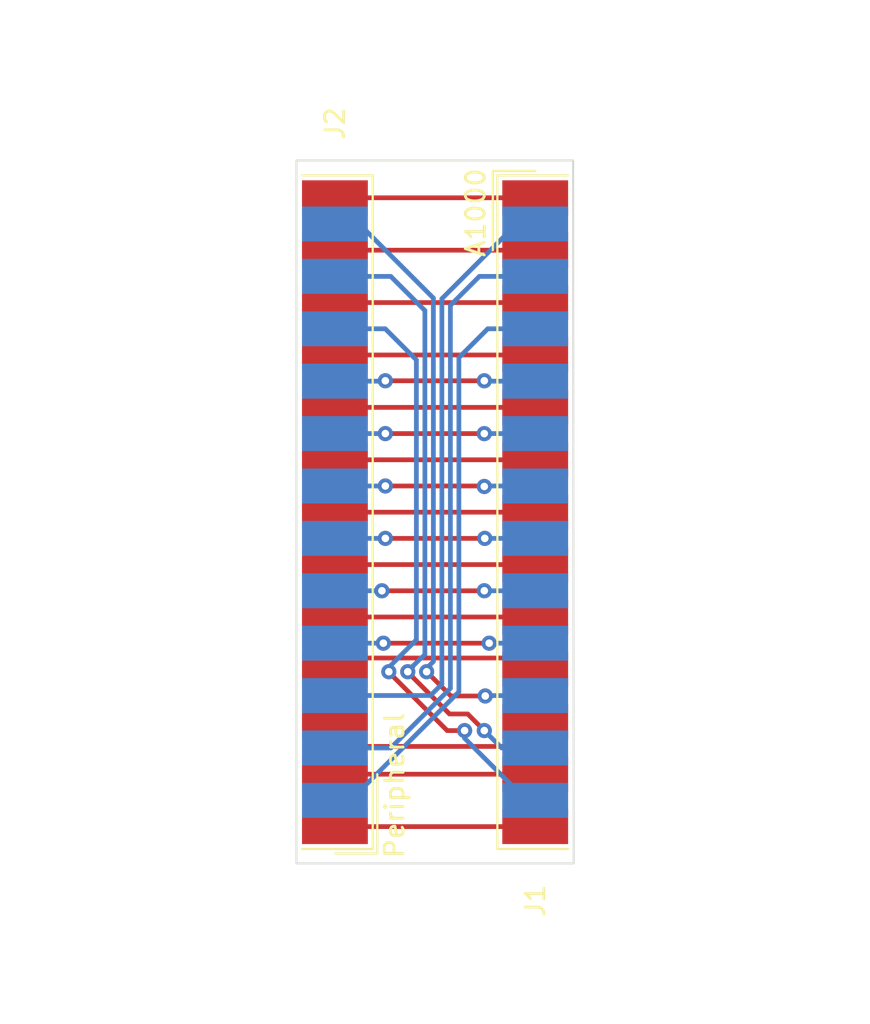
<source format=kicad_pcb>
(kicad_pcb (version 20211014) (generator pcbnew)
  (layers (0 "F.Cu" signal) (31 "B.Cu" signal) (34 "B.Paste" user) (35 "F.Paste" user) (36 "B.SilkS" user "B.Silkscreen") (37 "F.SilkS" user "F.Silkscreen") (38 "B.Mask" user) (39 "F.Mask" user) (44 "Edge.Cuts" user))
  (net 0 "")
  (net 1 "1")
  (net 2 "2")
  (net 3 "3")
  (net 4 "4")
  (net 5 "5")
  (net 6 "6")
  (net 7 "7")
  (net 8 "8")
  (net 9 "9")
  (net 10 "10")
  (net 11 "11")
  (net 12 "12")
  (net 13 "13")
  (net 14 "23")
  (net 15 "24")
  (net 16 "25")
  (net 17 "17")
  (net 18 "18")
  (net 19 "19")
  (net 20 "20")
  (net 21 "21")
  (net 22 "22")
  (net 23 "14")
  (net 24 "15")
  (net 25 "16")
  (footprint "Connector_Dsub:DSUB-25_Female_EdgeMount_P2.77mm" (layer "F.Cu") (at 138.9367 60.0075 90)
    (fp_text reference "J1" (at -20.543333 0 90) (layer "F.SilkS"))
    (fp_text value "DB25_Female (A1000)")
    (fp_line (start 17.803333 -2) (end -17.803333 -2) (layer "F.SilkS") (width 0.12))
    (fp_line (start 17.803333 1.74) (end 17.803333 -2) (layer "F.SilkS") (width 0.12))
    (fp_line (start 18.043333 0) (end 18.043333 -2.24) (layer "F.SilkS") (width 0.12))
    (fp_line (start 18.043333 -2.24) (end 13.85 -2.24) (layer "F.SilkS") (width 0.12))
    (fp_line (start -17.803333 -2) (end -17.803333 1.74) (layer "F.SilkS") (width 0.12))
    (pad "1" smd rect (at 16.62 0 90) (size 1.846667 3.48) (layers "F.Cu" "F.Paste" "F.Mask") (net 13 "13"))
    (pad "2" smd rect (at 13.85 0 90) (size 1.846667 3.48) (layers "F.Cu" "F.Paste" "F.Mask") (net 12 "12"))
    (pad "3" smd rect (at 11.08 0 90) (size 1.846667 3.48) (layers "F.Cu" "F.Paste" "F.Mask") (net 11 "11"))
    (pad "4" smd rect (at 8.31 0 90) (size 1.846667 3.48) (layers "F.Cu" "F.Paste" "F.Mask") (net 10 "10"))
    (pad "5" smd rect (at 5.54 0 90) (size 1.846667 3.48) (layers "F.Cu" "F.Paste" "F.Mask") (net 9 "9"))
    (pad "6" smd rect (at 2.77 0 90) (size 1.846667 3.48) (layers "F.Cu" "F.Paste" "F.Mask") (net 8 "8"))
    (pad "7" smd rect (at 0 0 90) (size 1.846667 3.48) (layers "F.Cu" "F.Paste" "F.Mask") (net 7 "7"))
    (pad "8" smd rect (at -2.77 0 90) (size 1.846667 3.48) (layers "F.Cu" "F.Paste" "F.Mask") (net 6 "6"))
    (pad "9" smd rect (at -5.54 0 90) (size 1.846667 3.48) (layers "F.Cu" "F.Paste" "F.Mask") (net 5 "5"))
    (pad "10" smd rect (at -8.31 0 90) (size 1.846667 3.48) (layers "F.Cu" "F.Paste" "F.Mask") (net 4 "4"))
    (pad "11" smd rect (at -11.08 0 90) (size 1.846667 3.48) (layers "F.Cu" "F.Paste" "F.Mask") (net 3 "3"))
    (pad "12" smd rect (at -13.85 0 90) (size 1.846667 3.48) (layers "F.Cu" "F.Paste" "F.Mask") (net 2 "2"))
    (pad "13" smd rect (at -16.62 0 90) (size 1.846667 3.48) (layers "F.Cu" "F.Paste" "F.Mask") (net 1 "1"))
    (pad "14" smd rect (at 15.235 0 90) (size 1.846667 3.48) (layers "B.Cu" "B.Paste" "B.Mask") (net 25 "16"))
    (pad "15" smd rect (at 12.465 0 90) (size 1.846667 3.48) (layers "B.Cu" "B.Paste" "B.Mask") (net 24 "15"))
    (pad "16" smd rect (at 9.695 0 90) (size 1.846667 3.48) (layers "B.Cu" "B.Paste" "B.Mask") (net 23 "14"))
    (pad "17" smd rect (at 6.925 0 90) (size 1.846667 3.48) (layers "B.Cu" "B.Paste" "B.Mask") (net 22 "22"))
    (pad "18" smd rect (at 4.155 0 90) (size 1.846667 3.48) (layers "B.Cu" "B.Paste" "B.Mask") (net 21 "21"))
    (pad "19" smd rect (at 1.385 0 90) (size 1.846667 3.48) (layers "B.Cu" "B.Paste" "B.Mask") (net 20 "20"))
    (pad "20" smd rect (at -1.385 0 90) (size 1.846667 3.48) (layers "B.Cu" "B.Paste" "B.Mask") (net 19 "19"))
    (pad "21" smd rect (at -4.155 0 90) (size 1.846667 3.48) (layers "B.Cu" "B.Paste" "B.Mask") (net 18 "18"))
    (pad "22" smd rect (at -6.925 0 90) (size 1.846667 3.48) (layers "B.Cu" "B.Paste" "B.Mask") (net 17 "17"))
    (pad "23" smd rect (at -9.695 0 90) (size 1.846667 3.48) (layers "B.Cu" "B.Paste" "B.Mask") (net 16 "25"))
    (pad "24" smd rect (at -12.465 0 90) (size 1.846667 3.48) (layers "B.Cu" "B.Paste" "B.Mask") (net 15 "24"))
    (pad "25" smd rect (at -15.235 0 90) (size 1.846667 3.48) (layers "B.Cu" "B.Paste" "B.Mask") (net 14 "23"))
  )
  (footprint "Connector_Dsub:DSUB-25_Female_EdgeMount_P2.77mm" (layer "F.Cu") (at 128.3475 60.0075 -90)
    (fp_text reference "J2" (at -20.543333 0 90) (layer "F.SilkS"))
    (fp_text value "DB25_Female (Peripheral)")
    (fp_line (start 18.043333 0) (end 18.043333 -2.24) (layer "F.SilkS") (width 0.12))
    (fp_line (start 18.043333 -2.24) (end 13.85 -2.24) (layer "F.SilkS") (width 0.12))
    (fp_line (start -17.803333 -2) (end -17.803333 1.74) (layer "F.SilkS") (width 0.12))
    (fp_line (start 17.803333 -2) (end -17.803333 -2) (layer "F.SilkS") (width 0.12))
    (fp_line (start 17.803333 1.74) (end 17.803333 -2) (layer "F.SilkS") (width 0.12))
    (pad "1" smd rect (at 16.62 0 270) (size 1.846667 3.48) (layers "F.Cu" "F.Paste" "F.Mask") (net 1 "1"))
    (pad "2" smd rect (at 13.85 0 270) (size 1.846667 3.48) (layers "F.Cu" "F.Paste" "F.Mask") (net 2 "2"))
    (pad "3" smd rect (at 11.08 0 270) (size 1.846667 3.48) (layers "F.Cu" "F.Paste" "F.Mask") (net 3 "3"))
    (pad "4" smd rect (at 8.31 0 270) (size 1.846667 3.48) (layers "F.Cu" "F.Paste" "F.Mask") (net 4 "4"))
    (pad "5" smd rect (at 5.54 0 270) (size 1.846667 3.48) (layers "F.Cu" "F.Paste" "F.Mask") (net 5 "5"))
    (pad "6" smd rect (at 2.77 0 270) (size 1.846667 3.48) (layers "F.Cu" "F.Paste" "F.Mask") (net 6 "6"))
    (pad "7" smd rect (at 0 0 270) (size 1.846667 3.48) (layers "F.Cu" "F.Paste" "F.Mask") (net 7 "7"))
    (pad "8" smd rect (at -2.77 0 270) (size 1.846667 3.48) (layers "F.Cu" "F.Paste" "F.Mask") (net 8 "8"))
    (pad "9" smd rect (at -5.54 0 270) (size 1.846667 3.48) (layers "F.Cu" "F.Paste" "F.Mask") (net 9 "9"))
    (pad "10" smd rect (at -8.31 0 270) (size 1.846667 3.48) (layers "F.Cu" "F.Paste" "F.Mask") (net 10 "10"))
    (pad "11" smd rect (at -11.08 0 270) (size 1.846667 3.48) (layers "F.Cu" "F.Paste" "F.Mask") (net 11 "11"))
    (pad "12" smd rect (at -13.85 0 270) (size 1.846667 3.48) (layers "F.Cu" "F.Paste" "F.Mask") (net 12 "12"))
    (pad "13" smd rect (at -16.62 0 270) (size 1.846667 3.48) (layers "F.Cu" "F.Paste" "F.Mask") (net 13 "13"))
    (pad "14" smd rect (at 15.235 0 270) (size 1.846667 3.48) (layers "B.Cu" "B.Paste" "B.Mask") (net 23 "14"))
    (pad "15" smd rect (at 12.465 0 270) (size 1.846667 3.48) (layers "B.Cu" "B.Paste" "B.Mask") (net 24 "15"))
    (pad "16" smd rect (at 9.695 0 270) (size 1.846667 3.48) (layers "B.Cu" "B.Paste" "B.Mask") (net 25 "16"))
    (pad "17" smd rect (at 6.925 0 270) (size 1.846667 3.48) (layers "B.Cu" "B.Paste" "B.Mask") (net 17 "17"))
    (pad "18" smd rect (at 4.155 0 270) (size 1.846667 3.48) (layers "B.Cu" "B.Paste" "B.Mask") (net 18 "18"))
    (pad "19" smd rect (at 1.385 0 270) (size 1.846667 3.48) (layers "B.Cu" "B.Paste" "B.Mask") (net 19 "19"))
    (pad "20" smd rect (at -1.385 0 270) (size 1.846667 3.48) (layers "B.Cu" "B.Paste" "B.Mask") (net 20 "20"))
    (pad "21" smd rect (at -4.155 0 270) (size 1.846667 3.48) (layers "B.Cu" "B.Paste" "B.Mask") (net 21 "21"))
    (pad "22" smd rect (at -6.925 0 270) (size 1.846667 3.48) (layers "B.Cu" "B.Paste" "B.Mask") (net 22 "22"))
    (pad "23" smd rect (at -9.695 0 270) (size 1.846667 3.48) (layers "B.Cu" "B.Paste" "B.Mask") (net 14 "23"))
    (pad "24" smd rect (at -12.465 0 270) (size 1.846667 3.48) (layers "B.Cu" "B.Paste" "B.Mask") (net 15 "24"))
    (pad "25" smd rect (at -15.235 0 270) (size 1.846667 3.48) (layers "B.Cu" "B.Paste" "B.Mask") (net 16 "25"))
  )
  (gr_line (start 126.3142 78.5749) (end 126.3142 41.4147) (layer "Edge.Cuts") (width 0.1))
  (gr_line (start 126.3396 41.4147) (end 140.9446 41.4147) (layer "Edge.Cuts") (width 0.1))
  (gr_line (start 140.9446 41.4147) (end 140.97 78.5749) (layer "Edge.Cuts") (width 0.1))
  (gr_line (start 140.97 78.5749) (end 126.3142 78.5749) (layer "Edge.Cuts") (width 0.1))
  (gr_text "A1000\n" (at 135.7884 44.1706 90) (layer "F.SilkS") (effects (font (size 1 1))))
  (gr_text "Peripheral" (at 131.4958 74.4474 90) (layer "F.SilkS") (effects (font (size 1 1))))
  (segment (start 128.3475 76.6275) (end 138.9367 76.6275) (width 0.25) (layer "F.Cu") (net 1))
  (segment (start 138.9367 73.8575) (end 128.3475 73.8575) (width 0.25) (layer "F.Cu") (net 2))
  (segment (start 128.3475 71.0875) (end 129.65 72.39) (width 0.25) (layer "F.Cu") (net 3))
  (segment (start 129.65 72.39) (end 137.6342 72.39) (width 0.25) (layer "F.Cu") (net 3))
  (segment (start 137.6342 72.39) (end 138.9367 71.0875) (width 0.25) (layer "F.Cu") (net 3))
  (segment (start 138.9367 68.3175) (end 138.3356 67.7164) (width 0.25) (layer "F.Cu") (net 4))
  (segment (start 138.3356 67.7164) (end 128.9486 67.7164) (width 0.25) (layer "F.Cu") (net 4))
  (segment (start 128.9486 67.7164) (end 128.3475 68.3175) (width 0.25) (layer "F.Cu") (net 4))
  (segment (start 128.3475 65.5475) (end 138.9367 65.5475) (width 0.25) (layer "F.Cu") (net 5))
  (segment (start 128.3475 62.7775) (end 138.9367 62.7775) (width 0.25) (layer "F.Cu") (net 6))
  (segment (start 128.3475 60.0075) (end 138.9367 60.0075) (width 0.25) (layer "F.Cu") (net 7))
  (segment (start 128.3475 57.2375) (end 138.9367 57.2375) (width 0.25) (layer "F.Cu") (net 8))
  (segment (start 128.3475 54.4675) (end 138.9367 54.4675) (width 0.25) (layer "F.Cu") (net 9))
  (segment (start 128.3475 51.6975) (end 138.9367 51.6975) (width 0.25) (layer "F.Cu") (net 10))
  (segment (start 128.3475 48.9275) (end 138.9367 48.9275) (width 0.25) (layer "F.Cu") (net 11))
  (segment (start 128.3475 46.1575) (end 138.9367 46.1575) (width 0.25) (layer "F.Cu") (net 12))
  (segment (start 128.3475 43.3875) (end 138.9367 43.3875) (width 0.25) (layer "F.Cu") (net 13))
  (segment (start 135.2042 71.5518) (end 134.284383 71.5518) (width 0.25) (layer "F.Cu") (net 14))
  (segment (start 134.284383 71.5518) (end 131.198594 68.466011) (width 0.25) (layer "F.Cu") (net 14))
  (segment (start 131.198594 68.466011) (end 131.198594 68.4409) (width 0.25) (layer "F.Cu") (net 14))
  (via (at 131.198594 68.4409) (size 0.8) (drill 0.4) (layers "F.Cu" "B.Cu") (net 14))
  (via (at 135.2042 71.5518) (size 0.8) (drill 0.4) (layers "F.Cu" "B.Cu") (net 14))
  (segment (start 138.4885 75.2425) (end 138.9367 75.2425) (width 0.25) (layer "B.Cu") (net 14))
  (segment (start 132.65416 51.95836) (end 131.0083 50.3125) (width 0.25) (layer "B.Cu") (net 14))
  (segment (start 131.198594 68.4409) (end 131.198594 68.208192) (width 0.25) (layer "B.Cu") (net 14))
  (segment (start 135.2042 71.9582) (end 138.4885 75.2425) (width 0.25) (layer "B.Cu") (net 14))
  (segment (start 132.65416 66.752626) (end 132.65416 51.95836) (width 0.25) (layer "B.Cu") (net 14))
  (segment (start 131.0083 50.3125) (end 128.3475 50.3125) (width 0.25) (layer "B.Cu") (net 14))
  (segment (start 135.2042 71.5518) (end 135.2042 71.9582) (width 0.25) (layer "B.Cu") (net 14))
  (segment (start 131.198594 68.208192) (end 132.65416 66.752626) (width 0.25) (layer "B.Cu") (net 14))
  (segment (start 132.473089 68.741003) (end 132.473089 68.715892) (width 0.25) (layer "F.Cu") (net 15))
  (segment (start 135.368689 70.674889) (end 134.406975 70.674889) (width 0.25) (layer "F.Cu") (net 15))
  (segment (start 136.2456 71.5518) (end 135.368689 70.674889) (width 0.25) (layer "F.Cu") (net 15))
  (segment (start 132.473089 68.715892) (end 132.198097 68.4409) (width 0.25) (layer "F.Cu") (net 15))
  (segment (start 134.406975 70.674889) (end 132.473089 68.741003) (width 0.25) (layer "F.Cu") (net 15))
  (via (at 132.198097 68.4409) (size 0.8) (drill 0.4) (layers "F.Cu" "B.Cu") (net 15))
  (via (at 136.2456 71.5518) (size 0.8) (drill 0.4) (layers "F.Cu" "B.Cu") (net 15))
  (segment (start 132.922608 67.716389) (end 133.10368 67.535317) (width 0.25) (layer "B.Cu") (net 15))
  (segment (start 133.10368 49.347731) (end 131.298449 47.5425) (width 0.25) (layer "B.Cu") (net 15))
  (segment (start 137.1663 72.4725) (end 138.9367 72.4725) (width 0.25) (layer "B.Cu") (net 15))
  (segment (start 132.473089 68.140797) (end 132.897497 67.716389) (width 0.25) (layer "B.Cu") (net 15))
  (segment (start 132.897497 67.716389) (end 132.922608 67.716389) (width 0.25) (layer "B.Cu") (net 15))
  (segment (start 133.10368 67.535317) (end 133.10368 49.347731) (width 0.25) (layer "B.Cu") (net 15))
  (segment (start 136.2456 71.5518) (end 137.1663 72.4725) (width 0.25) (layer "B.Cu") (net 15))
  (segment (start 132.473089 68.165908) (end 132.473089 68.140797) (width 0.25) (layer "B.Cu") (net 15))
  (segment (start 132.198097 68.4409) (end 132.473089 68.165908) (width 0.25) (layer "B.Cu") (net 15))
  (segment (start 131.298449 47.5425) (end 128.3475 47.5425) (width 0.25) (layer "B.Cu") (net 15))
  (segment (start 134.4797 69.723) (end 133.1976 68.4409) (width 0.25) (layer "F.Cu") (net 16))
  (segment (start 136.2964 69.723) (end 134.4797 69.723) (width 0.25) (layer "F.Cu") (net 16))
  (via (at 136.2964 69.723) (size 0.8) (drill 0.4) (layers "F.Cu" "B.Cu") (net 16))
  (via (at 133.1976 68.4409) (size 0.8) (drill 0.4) (layers "F.Cu" "B.Cu") (net 16))
  (segment (start 136.2964 69.723) (end 136.3169 69.7025) (width 0.25) (layer "B.Cu") (net 16))
  (segment (start 136.3169 69.7025) (end 138.9367 69.7025) (width 0.25) (layer "B.Cu") (net 16))
  (segment (start 133.1976 68.4409) (end 133.1976 68.258414) (width 0.25) (layer "B.Cu") (net 16))
  (segment (start 133.5532 48.6918) (end 129.6339 44.7725) (width 0.25) (layer "B.Cu") (net 16))
  (segment (start 133.5532 67.902814) (end 133.5532 48.6918) (width 0.25) (layer "B.Cu") (net 16))
  (segment (start 129.6339 44.7725) (end 128.3475 44.7725) (width 0.25) (layer "B.Cu") (net 16))
  (segment (start 133.1976 68.258414) (end 133.5532 67.902814) (width 0.25) (layer "B.Cu") (net 16))
  (segment (start 136.5031 66.9325) (end 130.9081 66.9325) (width 0.25) (layer "F.Cu") (net 17))
  (via (at 136.5031 66.9325) (size 0.8) (drill 0.4) (layers "F.Cu" "B.Cu") (net 17))
  (via (at 130.9081 66.9325) (size 0.8) (drill 0.4) (layers "F.Cu" "B.Cu") (net 17))
  (segment (start 136.9095 66.9325) (end 136.5031 66.9325) (width 0.25) (layer "B.Cu") (net 17))
  (segment (start 128.3475 66.9325) (end 130.9081 66.9325) (width 0.25) (layer "B.Cu") (net 17))
  (segment (start 138.9367 66.9325) (end 136.9095 66.9325) (width 0.25) (layer "B.Cu") (net 17))
  (segment (start 136.2435 64.1625) (end 136.2456 64.1604) (width 0.25) (layer "F.Cu") (net 18))
  (segment (start 130.8333 64.1625) (end 136.2435 64.1625) (width 0.25) (layer "F.Cu") (net 18))
  (via (at 130.8333 64.1625) (size 0.8) (drill 0.4) (layers "F.Cu" "B.Cu") (net 18))
  (via (at 136.2456 64.1604) (size 0.8) (drill 0.4) (layers "F.Cu" "B.Cu") (net 18))
  (segment (start 128.3475 64.1625) (end 130.8333 64.1625) (width 0.25) (layer "B.Cu") (net 18))
  (segment (start 138.9367 64.1625) (end 136.2477 64.1625) (width 0.25) (layer "B.Cu") (net 18))
  (segment (start 136.2477 64.1625) (end 136.2456 64.1604) (width 0.25) (layer "B.Cu") (net 18))
  (segment (start 131.0139 61.3925) (end 131.0132 61.3918) (width 0.25) (layer "F.Cu") (net 19))
  (segment (start 136.271 61.3918) (end 136.2703 61.3925) (width 0.25) (layer "F.Cu") (net 19))
  (segment (start 136.2703 61.3925) (end 131.0139 61.3925) (width 0.25) (layer "F.Cu") (net 19))
  (via (at 131.0132 61.3918) (size 0.8) (drill 0.4) (layers "F.Cu" "B.Cu") (net 19))
  (via (at 136.271 61.3918) (size 0.8) (drill 0.4) (layers "F.Cu" "B.Cu") (net 19))
  (segment (start 136.2717 61.3925) (end 136.271 61.3918) (width 0.25) (layer "B.Cu") (net 19))
  (segment (start 131.0125 61.3925) (end 131.0132 61.3918) (width 0.25) (layer "B.Cu") (net 19))
  (segment (start 128.3475 61.3925) (end 131.0125 61.3925) (width 0.25) (layer "B.Cu") (net 19))
  (segment (start 138.9367 61.3925) (end 136.2717 61.3925) (width 0.25) (layer "B.Cu") (net 19))
  (segment (start 136.2195 58.6225) (end 131.0139 58.6225) (width 0.25) (layer "F.Cu") (net 20))
  (segment (start 136.2456 58.6486) (end 136.2195 58.6225) (width 0.25) (layer "F.Cu") (net 20))
  (via (at 136.2456 58.6486) (size 0.8) (drill 0.4) (layers "F.Cu" "B.Cu") (net 20))
  (via (at 131.0139 58.6225) (size 0.8) (drill 0.4) (layers "F.Cu" "B.Cu") (net 20))
  (segment (start 136.2456 58.6486) (end 136.2717 58.6225) (width 0.25) (layer "B.Cu") (net 20))
  (segment (start 136.2717 58.6225) (end 138.9367 58.6225) (width 0.25) (layer "B.Cu") (net 20))
  (segment (start 128.3475 58.6225) (end 131.0139 58.6225) (width 0.25) (layer "B.Cu") (net 20))
  (segment (start 131.0132 55.8525) (end 136.2435 55.8525) (width 0.25) (layer "F.Cu") (net 21))
  (segment (start 136.2435 55.8525) (end 136.2456 55.8546) (width 0.25) (layer "F.Cu") (net 21))
  (via (at 136.2456 55.8546) (size 0.8) (drill 0.4) (layers "F.Cu" "B.Cu") (net 21))
  (via (at 131.0132 55.8525) (size 0.8) (drill 0.4) (layers "F.Cu" "B.Cu") (net 21))
  (segment (start 138.9367 55.8525) (end 136.2477 55.8525) (width 0.25) (layer "B.Cu") (net 21))
  (segment (start 136.2477 55.8525) (end 136.2456 55.8546) (width 0.25) (layer "B.Cu") (net 21))
  (segment (start 128.3475 55.8525) (end 131.0132 55.8525) (width 0.25) (layer "B.Cu") (net 21))
  (segment (start 131.0132 53.0606) (end 136.2456 53.0606) (width 0.25) (layer "F.Cu") (net 22))
  (via (at 136.2456 53.0606) (size 0.8) (drill 0.4) (layers "F.Cu" "B.Cu") (net 22))
  (via (at 131.0132 53.0606) (size 0.8) (drill 0.4) (layers "F.Cu" "B.Cu") (net 22))
  (segment (start 131.0132 53.0606) (end 130.9913 53.0825) (width 0.25) (layer "B.Cu") (net 22))
  (segment (start 130.9913 53.0825) (end 128.3475 53.0825) (width 0.25) (layer "B.Cu") (net 22))
  (segment (start 136.2456 53.0606) (end 136.2675 53.0825) (width 0.25) (layer "B.Cu") (net 22))
  (segment (start 136.2675 53.0825) (end 138.9367 53.0825) (width 0.25) (layer "B.Cu") (net 22))
  (segment (start 129.164167 75.2425) (end 134.90176 69.504906) (width 0.25) (layer "B.Cu") (net 23))
  (segment (start 134.90176 69.504906) (end 134.90176 51.83904) (width 0.25) (layer "B.Cu") (net 23))
  (segment (start 134.90176 51.83904) (end 136.4283 50.3125) (width 0.25) (layer "B.Cu") (net 23))
  (segment (start 128.3475 75.2425) (end 129.164167 75.2425) (width 0.25) (layer "B.Cu") (net 23))
  (segment (start 136.4283 50.3125) (end 138.9367 50.3125) (width 0.25) (layer "B.Cu") (net 23))
  (segment (start 128.3475 72.4725) (end 131.298449 72.4725) (width 0.25) (layer "B.Cu") (net 24))
  (segment (start 134.45224 49.076011) (end 135.985751 47.5425) (width 0.25) (layer "B.Cu") (net 24))
  (segment (start 134.45224 69.318709) (end 134.45224 49.076011) (width 0.25) (layer "B.Cu") (net 24))
  (segment (start 131.298449 72.4725) (end 134.45224 69.318709) (width 0.25) (layer "B.Cu") (net 24))
  (segment (start 135.985751 47.5425) (end 138.9367 47.5425) (width 0.25) (layer "B.Cu") (net 24))
  (segment (start 134.00272 69.096397) (end 133.401517 69.6976) (width 0.25) (layer "B.Cu") (net 25))
  (segment (start 133.401517 69.6976) (end 128.3524 69.6976) (width 0.25) (layer "B.Cu") (net 25))
  (segment (start 128.3524 69.6976) (end 128.3475 69.7025) (width 0.25) (layer "B.Cu") (net 25))
  (segment (start 138.9367 44.7725) (end 137.9551 44.7725) (width 0.25) (layer "B.Cu") (net 25))
  (segment (start 134.00272 48.72488) (end 134.00272 69.096397) (width 0.25) (layer "B.Cu") (net 25))
  (segment (start 137.9551 44.7725) (end 134.00272 48.72488) (width 0.25) (layer "B.Cu") (net 25))
)
</source>
